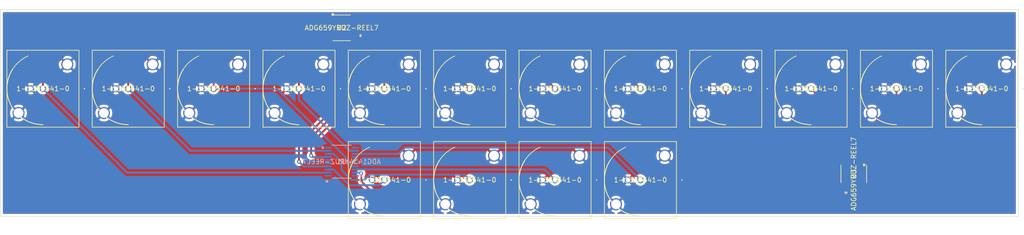
<source format=kicad_pcb>
(kicad_pcb (version 20171130) (host pcbnew "(5.1.5)-3")
  (layers (0 F.Cu signal) (31 B.Cu signal) (34 B.Paste user) (35 F.Paste user) (36 B.SilkS user) (37 F.SilkS user) (38 B.Mask user) (39 F.Mask user) (44 Edge.Cuts user))
  (net 0 "")
  (net 1 GND)
  (net 2 SCOPE1)
  (net 3 SCOPE2)
  (net 4 SCOPE3)
  (net 5 SCOPE4)
  (net 6 SELECTABLE1)
  (net 7 SELECTABLE2)
  (net 8 SELECTABLE3)
  (net 9 SELECTABLE4)
  (net 10 TRIG1)
  (net 11 TRIG2)
  (net 12 TRIG3)
  (net 13 TRIG4)
  (net 14 PD1)
  (net 15 PD2)
  (net 16 PD3)
  (net 17 PD4)
  (net 18 "Net-(U1-Pad20)")
  (net 19 +5V)
  (net 20 "Net-(U1-Pad15)")
  (net 21 SELECTABLE_OUT)
  (net 22 "Net-(U1-Pad11)")
  (net 23 "Net-(U1-Pad10)")
  (net 24 TRIG_OUT)
  (net 25 -5V)
  (net 26 PD_OUT)
  (net 27 "Net-(U1-Pad1)")
  (net 28 "Net-(U2-Pad10)")
  (net 29 "Net-(U2-Pad9)")
  (net 30 ENABLE1)
  (net 31 "Net-(U3-Pad10)")
  (net 32 "Net-(U3-Pad9)")
  (module footprints:1-1337541-0 (layer F.Cu) (at 102.87 124.46)
    (fp_text reference J1 (at 0 0) (layer F.SilkS))
    (fp_text value 1-1337541-0 (at 0 0) (layer F.SilkS))
    (fp_circle (center 8.6487 0) (end 8.7249 0) (layer F.SilkS) (width 0.1524))
    (fp_arc (start 0 0) (end 0 7.5057) (angle 155.6539) (layer F.SilkS) (width 0.1524))
    (fp_arc (start 0 0) (end 0 7.5057) (angle 122.826897) (layer F.SilkS) (width 0.1524))
    (fp_arc (start 0 0) (end -7.5057 0) (angle 32.826969) (layer F.SilkS) (width 0.1524))
    (fp_line (start -7.5057 -8.0264) (end -7.5057 8.0264) (layer F.SilkS) (width 0.1524))
    (fp_line (start 7.5057 -8.0264) (end -7.5057 -8.0264) (layer F.SilkS) (width 0.1524))
    (fp_line (start 7.5057 8.0264) (end 7.5057 -8.0264) (layer F.SilkS) (width 0.1524))
    (fp_line (start -7.5057 8.0264) (end 7.5057 8.0264) (layer F.SilkS) (width 0.1524))
    (fp_text user * (at 0 0) (layer F.SilkS))
    (pad 4 thru_hole circle (at 5.08 -5.08) (size 2.5146 2.5146) (drill 2.0066) (layers *.Cu *.Mask) (net 1 GND))
    (pad 3 thru_hole circle (at -5.08 5.08) (size 2.5146 2.5146) (drill 2.0066) (layers *.Cu *.Mask) (net 1 GND))
    (pad 2 thru_hole circle (at -2.54 0) (size 1.397 1.397) (drill 0.889) (layers *.Cu *.Mask) (net 1 GND))
    (pad 1 thru_hole circle (at 0 0) (size 1.397 1.397) (drill 0.889) (layers *.Cu *.Mask) (net 2 SCOPE1))
  )
  (module footprints:1-1337541-0 (layer F.Cu) (at 85.09 105.41)
    (fp_text reference J16 (at 0 0) (layer F.SilkS))
    (fp_text value 1-1337541-0 (at 0 0) (layer F.SilkS))
    (fp_circle (center 8.6487 0) (end 8.7249 0) (layer F.SilkS) (width 0.1524))
    (fp_arc (start 0 0) (end 0 7.5057) (angle 155.6539) (layer F.SilkS) (width 0.1524))
    (fp_arc (start 0 0) (end 0 7.5057) (angle 122.826897) (layer F.SilkS) (width 0.1524))
    (fp_arc (start 0 0) (end -7.5057 0) (angle 32.826969) (layer F.SilkS) (width 0.1524))
    (fp_line (start -7.5057 -8.0264) (end -7.5057 8.0264) (layer F.SilkS) (width 0.1524))
    (fp_line (start 7.5057 -8.0264) (end -7.5057 -8.0264) (layer F.SilkS) (width 0.1524))
    (fp_line (start 7.5057 8.0264) (end 7.5057 -8.0264) (layer F.SilkS) (width 0.1524))
    (fp_line (start -7.5057 8.0264) (end 7.5057 8.0264) (layer F.SilkS) (width 0.1524))
    (fp_text user * (at 0 0) (layer F.SilkS))
    (pad 4 thru_hole circle (at 5.08 -5.08) (size 2.5146 2.5146) (drill 2.0066) (layers *.Cu *.Mask) (net 1 GND))
    (pad 3 thru_hole circle (at -5.08 5.08) (size 2.5146 2.5146) (drill 2.0066) (layers *.Cu *.Mask) (net 1 GND))
    (pad 2 thru_hole circle (at -2.54 0) (size 1.397 1.397) (drill 0.889) (layers *.Cu *.Mask) (net 1 GND))
    (pad 1 thru_hole circle (at 0 0) (size 1.397 1.397) (drill 0.889) (layers *.Cu *.Mask) (net 17 PD4))
  )
  (module footprints:ADG659YRUZ-REEL7 (layer F.Cu) (at 200.66 123.19 270)
    (fp_text reference U3 (at 0 0 90) (layer F.SilkS))
    (fp_text value ADG659YRUZ-REEL7 (at 0 0 90) (layer F.SilkS))
    (fp_line (start 3.81 1.434501) (end 4.064 1.434501) (layer F.SilkS) (width 0.1524))
    (fp_line (start 3.81 1.815501) (end 3.81 1.434501) (layer F.SilkS) (width 0.1524))
    (fp_line (start 4.064 1.815501) (end 3.81 1.815501) (layer F.SilkS) (width 0.1524))
    (fp_line (start 4.064 1.434501) (end 4.064 1.815501) (layer F.SilkS) (width 0.1524))
    (fp_line (start 1.839424 -2.6797) (end -1.839424 -2.6797) (layer F.SilkS) (width 0.1524))
    (fp_line (start -1.839424 2.6797) (end 1.839424 2.6797) (layer F.SilkS) (width 0.1524))
    (fp_text user * (at -1.8669 -2.4765 90) (layer F.SilkS))
    (fp_text user * (at -1.8669 -2.4765 90) (layer F.SilkS))
    (pad 16 smd rect (at 2.8194 -2.274999 270) (size 1.4732 0.3556) (layers F.Cu F.Paste F.Mask) (net 19 +5V))
    (pad 15 smd rect (at 2.8194 -1.624998 270) (size 1.4732 0.3556) (layers F.Cu F.Paste F.Mask) (net 1 GND))
    (pad 14 smd rect (at 2.8194 -0.974999 270) (size 1.4732 0.3556) (layers F.Cu F.Paste F.Mask) (net 1 GND))
    (pad 13 smd rect (at 2.8194 -0.324998 270) (size 1.4732 0.3556) (layers F.Cu F.Paste F.Mask) (net 1 GND))
    (pad 12 smd rect (at 2.8194 0.325001 270) (size 1.4732 0.3556) (layers F.Cu F.Paste F.Mask) (net 1 GND))
    (pad 11 smd rect (at 2.8194 0.974999 270) (size 1.4732 0.3556) (layers F.Cu F.Paste F.Mask) (net 1 GND))
    (pad 10 smd rect (at 2.8194 1.625001 270) (size 1.4732 0.3556) (layers F.Cu F.Paste F.Mask) (net 31 "Net-(U3-Pad10)"))
    (pad 9 smd rect (at 2.8194 2.274999 270) (size 1.4732 0.3556) (layers F.Cu F.Paste F.Mask) (net 32 "Net-(U3-Pad9)"))
    (pad 8 smd rect (at -2.8194 2.274999 270) (size 1.4732 0.3556) (layers F.Cu F.Paste F.Mask) (net 1 GND))
    (pad 7 smd rect (at -2.8194 1.624998 270) (size 1.4732 0.3556) (layers F.Cu F.Paste F.Mask) (net 25 -5V))
    (pad 6 smd rect (at -2.8194 0.974999 270) (size 1.4732 0.3556) (layers F.Cu F.Paste F.Mask) (net 30 ENABLE1))
    (pad 5 smd rect (at -2.8194 0.324998 270) (size 1.4732 0.3556) (layers F.Cu F.Paste F.Mask) (net 6 SELECTABLE1))
    (pad 4 smd rect (at -2.8194 -0.325001 270) (size 1.4732 0.3556) (layers F.Cu F.Paste F.Mask) (net 7 SELECTABLE2))
    (pad 3 smd rect (at -2.8194 -0.974999 270) (size 1.4732 0.3556) (layers F.Cu F.Paste F.Mask) (net 21 SELECTABLE_OUT))
    (pad 2 smd rect (at -2.8194 -1.625001 270) (size 1.4732 0.3556) (layers F.Cu F.Paste F.Mask) (net 8 SELECTABLE3))
    (pad 1 smd rect (at -2.8194 -2.274999 270) (size 1.4732 0.3556) (layers F.Cu F.Paste F.Mask) (net 9 SELECTABLE4))
  )
  (module footprints:ADG659YRUZ-REEL7 (layer F.Cu) (at 93.98 92.71)
    (fp_text reference U2 (at 0 0) (layer F.SilkS))
    (fp_text value ADG659YRUZ-REEL7 (at 0 0) (layer F.SilkS))
    (fp_line (start 3.81 1.434501) (end 4.064 1.434501) (layer F.SilkS) (width 0.1524))
    (fp_line (start 3.81 1.815501) (end 3.81 1.434501) (layer F.SilkS) (width 0.1524))
    (fp_line (start 4.064 1.815501) (end 3.81 1.815501) (layer F.SilkS) (width 0.1524))
    (fp_line (start 4.064 1.434501) (end 4.064 1.815501) (layer F.SilkS) (width 0.1524))
    (fp_line (start 1.839424 -2.6797) (end -1.839424 -2.6797) (layer F.SilkS) (width 0.1524))
    (fp_line (start -1.839424 2.6797) (end 1.839424 2.6797) (layer F.SilkS) (width 0.1524))
    (fp_text user * (at -1.8669 -2.4765) (layer F.SilkS))
    (fp_text user * (at -1.8669 -2.4765) (layer F.SilkS))
    (pad 16 smd rect (at 2.8194 -2.274999) (size 1.4732 0.3556) (layers F.Cu F.Paste F.Mask) (net 19 +5V))
    (pad 15 smd rect (at 2.8194 -1.624998) (size 1.4732 0.3556) (layers F.Cu F.Paste F.Mask) (net 13 TRIG4))
    (pad 14 smd rect (at 2.8194 -0.974999) (size 1.4732 0.3556) (layers F.Cu F.Paste F.Mask) (net 12 TRIG3))
    (pad 13 smd rect (at 2.8194 -0.324998) (size 1.4732 0.3556) (layers F.Cu F.Paste F.Mask) (net 24 TRIG_OUT))
    (pad 12 smd rect (at 2.8194 0.325001) (size 1.4732 0.3556) (layers F.Cu F.Paste F.Mask) (net 11 TRIG2))
    (pad 11 smd rect (at 2.8194 0.974999) (size 1.4732 0.3556) (layers F.Cu F.Paste F.Mask) (net 10 TRIG1))
    (pad 10 smd rect (at 2.8194 1.625001) (size 1.4732 0.3556) (layers F.Cu F.Paste F.Mask) (net 28 "Net-(U2-Pad10)"))
    (pad 9 smd rect (at 2.8194 2.274999) (size 1.4732 0.3556) (layers F.Cu F.Paste F.Mask) (net 29 "Net-(U2-Pad9)"))
    (pad 8 smd rect (at -2.8194 2.274999) (size 1.4732 0.3556) (layers F.Cu F.Paste F.Mask) (net 1 GND))
    (pad 7 smd rect (at -2.8194 1.624998) (size 1.4732 0.3556) (layers F.Cu F.Paste F.Mask) (net 25 -5V))
    (pad 6 smd rect (at -2.8194 0.974999) (size 1.4732 0.3556) (layers F.Cu F.Paste F.Mask) (net 30 ENABLE1))
    (pad 5 smd rect (at -2.8194 0.324998) (size 1.4732 0.3556) (layers F.Cu F.Paste F.Mask) (net 17 PD4))
    (pad 4 smd rect (at -2.8194 -0.325001) (size 1.4732 0.3556) (layers F.Cu F.Paste F.Mask) (net 16 PD3))
    (pad 3 smd rect (at -2.8194 -0.974999) (size 1.4732 0.3556) (layers F.Cu F.Paste F.Mask) (net 26 PD_OUT))
    (pad 2 smd rect (at -2.8194 -1.625001) (size 1.4732 0.3556) (layers F.Cu F.Paste F.Mask) (net 15 PD2))
    (pad 1 smd rect (at -2.8194 -2.274999) (size 1.4732 0.3556) (layers F.Cu F.Paste F.Mask) (net 14 PD1))
  )
  (module footprints:ADG1434YRUZ-REEL7 (layer B.Cu) (at 93.98 120.65)
    (fp_text reference U1 (at 0 0) (layer B.SilkS) (effects (justify mirror)))
    (fp_text value ADG1434YRUZ-REEL7 (at 0 0) (layer B.SilkS) (effects (justify mirror)))
    (fp_line (start 3.81 3.115498) (end 4.064 3.115498) (layer B.SilkS) (width 0.1524))
    (fp_line (start 3.81 2.734498) (end 3.81 3.115498) (layer B.SilkS) (width 0.1524))
    (fp_line (start 4.064 2.734498) (end 3.81 2.734498) (layer B.SilkS) (width 0.1524))
    (fp_line (start 4.064 3.115498) (end 4.064 2.734498) (layer B.SilkS) (width 0.1524))
    (fp_line (start -3.81 -2.734498) (end -4.064 -2.734498) (layer B.SilkS) (width 0.1524))
    (fp_line (start -3.81 -3.115498) (end -3.81 -2.734498) (layer B.SilkS) (width 0.1524))
    (fp_line (start -4.064 -3.115498) (end -3.81 -3.115498) (layer B.SilkS) (width 0.1524))
    (fp_line (start -4.064 -2.734498) (end -4.064 -3.115498) (layer B.SilkS) (width 0.1524))
    (fp_line (start 2.017164 3.429) (end -2.017151 3.429) (layer B.SilkS) (width 0.1524))
    (fp_line (start -2.017164 -3.429) (end 2.017151 -3.429) (layer B.SilkS) (width 0.1524))
    (fp_text user * (at -3.0734 4.423601) (layer B.SilkS) (effects (justify mirror)))
    (fp_text user * (at -3.0734 4.423601) (layer B.SilkS) (effects (justify mirror)))
    (pad 20 smd rect (at 2.8194 2.924998) (size 1.4732 0.3556) (layers B.Cu B.Paste B.Mask) (net 18 "Net-(U1-Pad20)"))
    (pad 19 smd rect (at 2.8194 2.274999) (size 1.4732 0.3556) (layers B.Cu B.Paste B.Mask) (net 21 SELECTABLE_OUT))
    (pad 18 smd rect (at 2.8194 1.624998) (size 1.4732 0.3556) (layers B.Cu B.Paste B.Mask) (net 4 SCOPE3))
    (pad 17 smd rect (at 2.8194 0.974999) (size 1.4732 0.3556) (layers B.Cu B.Paste B.Mask) (net 16 PD3))
    (pad 16 smd rect (at 2.8194 0.324998) (size 1.4732 0.3556) (layers B.Cu B.Paste B.Mask) (net 19 +5V))
    (pad 15 smd rect (at 2.8194 -0.325001) (size 1.4732 0.3556) (layers B.Cu B.Paste B.Mask) (net 20 "Net-(U1-Pad15)"))
    (pad 14 smd rect (at 2.8194 -0.975002) (size 1.4732 0.3556) (layers B.Cu B.Paste B.Mask) (net 1 GND))
    (pad 13 smd rect (at 2.8194 -1.625001) (size 1.4732 0.3556) (layers B.Cu B.Paste B.Mask) (net 5 SCOPE4))
    (pad 12 smd rect (at 2.8194 -2.275002) (size 1.4732 0.3556) (layers B.Cu B.Paste B.Mask) (net 17 PD4))
    (pad 11 smd rect (at 2.8194 -2.925) (size 1.4732 0.3556) (layers B.Cu B.Paste B.Mask) (net 22 "Net-(U1-Pad11)"))
    (pad 10 smd rect (at -2.8194 -2.924998) (size 1.4732 0.3556) (layers B.Cu B.Paste B.Mask) (net 23 "Net-(U1-Pad10)"))
    (pad 9 smd rect (at -2.8194 -2.274999) (size 1.4732 0.3556) (layers B.Cu B.Paste B.Mask) (net 15 PD2))
    (pad 8 smd rect (at -2.8194 -1.624998) (size 1.4732 0.3556) (layers B.Cu B.Paste B.Mask) (net 3 SCOPE2))
    (pad 7 smd rect (at -2.8194 -0.974999) (size 1.4732 0.3556) (layers B.Cu B.Paste B.Mask) (net 24 TRIG_OUT))
    (pad 6 smd rect (at -2.8194 -0.324998) (size 1.4732 0.3556) (layers B.Cu B.Paste B.Mask) (net 1 GND))
    (pad 5 smd rect (at -2.8194 0.325001) (size 1.4732 0.3556) (layers B.Cu B.Paste B.Mask) (net 25 -5V))
    (pad 4 smd rect (at -2.8194 0.974999) (size 1.4732 0.3556) (layers B.Cu B.Paste B.Mask) (net 26 PD_OUT))
    (pad 3 smd rect (at -2.8194 1.625001) (size 1.4732 0.3556) (layers B.Cu B.Paste B.Mask) (net 2 SCOPE1))
    (pad 2 smd rect (at -2.8194 2.274999) (size 1.4732 0.3556) (layers B.Cu B.Paste B.Mask) (net 14 PD1))
    (pad 1 smd rect (at -2.8194 2.925) (size 1.4732 0.3556) (layers B.Cu B.Paste B.Mask) (net 27 "Net-(U1-Pad1)"))
  )
  (module footprints:1-1337541-0 (layer F.Cu) (at 67.31 105.41)
    (fp_text reference J15 (at 0 0) (layer F.SilkS))
    (fp_text value 1-1337541-0 (at 0 0) (layer F.SilkS))
    (fp_circle (center 8.6487 0) (end 8.7249 0) (layer F.SilkS) (width 0.1524))
    (fp_arc (start 0 0) (end 0 7.5057) (angle 155.6539) (layer F.SilkS) (width 0.1524))
    (fp_arc (start 0 0) (end 0 7.5057) (angle 122.826897) (layer F.SilkS) (width 0.1524))
    (fp_arc (start 0 0) (end -7.5057 0) (angle 32.826969) (layer F.SilkS) (width 0.1524))
    (fp_line (start -7.5057 -8.0264) (end -7.5057 8.0264) (layer F.SilkS) (width 0.1524))
    (fp_line (start 7.5057 -8.0264) (end -7.5057 -8.0264) (layer F.SilkS) (width 0.1524))
    (fp_line (start 7.5057 8.0264) (end 7.5057 -8.0264) (layer F.SilkS) (width 0.1524))
    (fp_line (start -7.5057 8.0264) (end 7.5057 8.0264) (layer F.SilkS) (width 0.1524))
    (fp_text user * (at 0 0) (layer F.SilkS))
    (pad 4 thru_hole circle (at 5.08 -5.08) (size 2.5146 2.5146) (drill 2.0066) (layers *.Cu *.Mask) (net 1 GND))
    (pad 3 thru_hole circle (at -5.08 5.08) (size 2.5146 2.5146) (drill 2.0066) (layers *.Cu *.Mask) (net 1 GND))
    (pad 2 thru_hole circle (at -2.54 0) (size 1.397 1.397) (drill 0.889) (layers *.Cu *.Mask) (net 1 GND))
    (pad 1 thru_hole circle (at 0 0) (size 1.397 1.397) (drill 0.889) (layers *.Cu *.Mask) (net 16 PD3))
  )
  (module footprints:1-1337541-0 (layer F.Cu) (at 49.53 105.41)
    (fp_text reference J14 (at 0 0) (layer F.SilkS))
    (fp_text value 1-1337541-0 (at 0 0) (layer F.SilkS))
    (fp_circle (center 8.6487 0) (end 8.7249 0) (layer F.SilkS) (width 0.1524))
    (fp_arc (start 0 0) (end 0 7.5057) (angle 155.6539) (layer F.SilkS) (width 0.1524))
    (fp_arc (start 0 0) (end 0 7.5057) (angle 122.826897) (layer F.SilkS) (width 0.1524))
    (fp_arc (start 0 0) (end -7.5057 0) (angle 32.826969) (layer F.SilkS) (width 0.1524))
    (fp_line (start -7.5057 -8.0264) (end -7.5057 8.0264) (layer F.SilkS) (width 0.1524))
    (fp_line (start 7.5057 -8.0264) (end -7.5057 -8.0264) (layer F.SilkS) (width 0.1524))
    (fp_line (start 7.5057 8.0264) (end 7.5057 -8.0264) (layer F.SilkS) (width 0.1524))
    (fp_line (start -7.5057 8.0264) (end 7.5057 8.0264) (layer F.SilkS) (width 0.1524))
    (fp_text user * (at 0 0) (layer F.SilkS))
    (pad 4 thru_hole circle (at 5.08 -5.08) (size 2.5146 2.5146) (drill 2.0066) (layers *.Cu *.Mask) (net 1 GND))
    (pad 3 thru_hole circle (at -5.08 5.08) (size 2.5146 2.5146) (drill 2.0066) (layers *.Cu *.Mask) (net 1 GND))
    (pad 2 thru_hole circle (at -2.54 0) (size 1.397 1.397) (drill 0.889) (layers *.Cu *.Mask) (net 1 GND))
    (pad 1 thru_hole circle (at 0 0) (size 1.397 1.397) (drill 0.889) (layers *.Cu *.Mask) (net 15 PD2))
  )
  (module footprints:1-1337541-0 (layer F.Cu) (at 31.75 105.41)
    (fp_text reference J13 (at 0 0) (layer F.SilkS))
    (fp_text value 1-1337541-0 (at 0 0) (layer F.SilkS))
    (fp_circle (center 8.6487 0) (end 8.7249 0) (layer F.SilkS) (width 0.1524))
    (fp_arc (start 0 0) (end 0 7.5057) (angle 155.6539) (layer F.SilkS) (width 0.1524))
    (fp_arc (start 0 0) (end 0 7.5057) (angle 122.826897) (layer F.SilkS) (width 0.1524))
    (fp_arc (start 0 0) (end -7.5057 0) (angle 32.826969) (layer F.SilkS) (width 0.1524))
    (fp_line (start -7.5057 -8.0264) (end -7.5057 8.0264) (layer F.SilkS) (width 0.1524))
    (fp_line (start 7.5057 -8.0264) (end -7.5057 -8.0264) (layer F.SilkS) (width 0.1524))
    (fp_line (start 7.5057 8.0264) (end 7.5057 -8.0264) (layer F.SilkS) (width 0.1524))
    (fp_line (start -7.5057 8.0264) (end 7.5057 8.0264) (layer F.SilkS) (width 0.1524))
    (fp_text user * (at 0 0) (layer F.SilkS))
    (pad 4 thru_hole circle (at 5.08 -5.08) (size 2.5146 2.5146) (drill 2.0066) (layers *.Cu *.Mask) (net 1 GND))
    (pad 3 thru_hole circle (at -5.08 5.08) (size 2.5146 2.5146) (drill 2.0066) (layers *.Cu *.Mask) (net 1 GND))
    (pad 2 thru_hole circle (at -2.54 0) (size 1.397 1.397) (drill 0.889) (layers *.Cu *.Mask) (net 1 GND))
    (pad 1 thru_hole circle (at 0 0) (size 1.397 1.397) (drill 0.889) (layers *.Cu *.Mask) (net 14 PD1))
  )
  (module footprints:1-1337541-0 (layer F.Cu) (at 156.21 105.41)
    (fp_text reference J12 (at 0 0) (layer F.SilkS))
    (fp_text value 1-1337541-0 (at 0 0) (layer F.SilkS))
    (fp_circle (center 8.6487 0) (end 8.7249 0) (layer F.SilkS) (width 0.1524))
    (fp_arc (start 0 0) (end 0 7.5057) (angle 155.6539) (layer F.SilkS) (width 0.1524))
    (fp_arc (start 0 0) (end 0 7.5057) (angle 122.826897) (layer F.SilkS) (width 0.1524))
    (fp_arc (start 0 0) (end -7.5057 0) (angle 32.826969) (layer F.SilkS) (width 0.1524))
    (fp_line (start -7.5057 -8.0264) (end -7.5057 8.0264) (layer F.SilkS) (width 0.1524))
    (fp_line (start 7.5057 -8.0264) (end -7.5057 -8.0264) (layer F.SilkS) (width 0.1524))
    (fp_line (start 7.5057 8.0264) (end 7.5057 -8.0264) (layer F.SilkS) (width 0.1524))
    (fp_line (start -7.5057 8.0264) (end 7.5057 8.0264) (layer F.SilkS) (width 0.1524))
    (fp_text user * (at 0 0) (layer F.SilkS))
    (pad 4 thru_hole circle (at 5.08 -5.08) (size 2.5146 2.5146) (drill 2.0066) (layers *.Cu *.Mask) (net 1 GND))
    (pad 3 thru_hole circle (at -5.08 5.08) (size 2.5146 2.5146) (drill 2.0066) (layers *.Cu *.Mask) (net 1 GND))
    (pad 2 thru_hole circle (at -2.54 0) (size 1.397 1.397) (drill 0.889) (layers *.Cu *.Mask) (net 1 GND))
    (pad 1 thru_hole circle (at 0 0) (size 1.397 1.397) (drill 0.889) (layers *.Cu *.Mask) (net 13 TRIG4))
  )
  (module footprints:1-1337541-0 (layer F.Cu) (at 138.43 105.41)
    (fp_text reference J11 (at 0 0) (layer F.SilkS))
    (fp_text value 1-1337541-0 (at 0 0) (layer F.SilkS))
    (fp_circle (center 8.6487 0) (end 8.7249 0) (layer F.SilkS) (width 0.1524))
    (fp_arc (start 0 0) (end 0 7.5057) (angle 155.6539) (layer F.SilkS) (width 0.1524))
    (fp_arc (start 0 0) (end 0 7.5057) (angle 122.826897) (layer F.SilkS) (width 0.1524))
    (fp_arc (start 0 0) (end -7.5057 0) (angle 32.826969) (layer F.SilkS) (width 0.1524))
    (fp_line (start -7.5057 -8.0264) (end -7.5057 8.0264) (layer F.SilkS) (width 0.1524))
    (fp_line (start 7.5057 -8.0264) (end -7.5057 -8.0264) (layer F.SilkS) (width 0.1524))
    (fp_line (start 7.5057 8.0264) (end 7.5057 -8.0264) (layer F.SilkS) (width 0.1524))
    (fp_line (start -7.5057 8.0264) (end 7.5057 8.0264) (layer F.SilkS) (width 0.1524))
    (fp_text user * (at 0 0) (layer F.SilkS))
    (pad 4 thru_hole circle (at 5.08 -5.08) (size 2.5146 2.5146) (drill 2.0066) (layers *.Cu *.Mask) (net 1 GND))
    (pad 3 thru_hole circle (at -5.08 5.08) (size 2.5146 2.5146) (drill 2.0066) (layers *.Cu *.Mask) (net 1 GND))
    (pad 2 thru_hole circle (at -2.54 0) (size 1.397 1.397) (drill 0.889) (layers *.Cu *.Mask) (net 1 GND))
    (pad 1 thru_hole circle (at 0 0) (size 1.397 1.397) (drill 0.889) (layers *.Cu *.Mask) (net 12 TRIG3))
  )
  (module footprints:1-1337541-0 (layer F.Cu) (at 120.65 105.41)
    (fp_text reference J10 (at 0 0) (layer F.SilkS))
    (fp_text value 1-1337541-0 (at 0 0) (layer F.SilkS))
    (fp_circle (center 8.6487 0) (end 8.7249 0) (layer F.SilkS) (width 0.1524))
    (fp_arc (start 0 0) (end 0 7.5057) (angle 155.6539) (layer F.SilkS) (width 0.1524))
    (fp_arc (start 0 0) (end 0 7.5057) (angle 122.826897) (layer F.SilkS) (width 0.1524))
    (fp_arc (start 0 0) (end -7.5057 0) (angle 32.826969) (layer F.SilkS) (width 0.1524))
    (fp_line (start -7.5057 -8.0264) (end -7.5057 8.0264) (layer F.SilkS) (width 0.1524))
    (fp_line (start 7.5057 -8.0264) (end -7.5057 -8.0264) (layer F.SilkS) (width 0.1524))
    (fp_line (start 7.5057 8.0264) (end 7.5057 -8.0264) (layer F.SilkS) (width 0.1524))
    (fp_line (start -7.5057 8.0264) (end 7.5057 8.0264) (layer F.SilkS) (width 0.1524))
    (fp_text user * (at 0 0) (layer F.SilkS))
    (pad 4 thru_hole circle (at 5.08 -5.08) (size 2.5146 2.5146) (drill 2.0066) (layers *.Cu *.Mask) (net 1 GND))
    (pad 3 thru_hole circle (at -5.08 5.08) (size 2.5146 2.5146) (drill 2.0066) (layers *.Cu *.Mask) (net 1 GND))
    (pad 2 thru_hole circle (at -2.54 0) (size 1.397 1.397) (drill 0.889) (layers *.Cu *.Mask) (net 1 GND))
    (pad 1 thru_hole circle (at 0 0) (size 1.397 1.397) (drill 0.889) (layers *.Cu *.Mask) (net 11 TRIG2))
  )
  (module footprints:1-1337541-0 (layer F.Cu) (at 102.87 105.41)
    (fp_text reference J9 (at 0 0) (layer F.SilkS))
    (fp_text value 1-1337541-0 (at 0 0) (layer F.SilkS))
    (fp_circle (center 8.6487 0) (end 8.7249 0) (layer F.SilkS) (width 0.1524))
    (fp_arc (start 0 0) (end 0 7.5057) (angle 155.6539) (layer F.SilkS) (width 0.1524))
    (fp_arc (start 0 0) (end 0 7.5057) (angle 122.826897) (layer F.SilkS) (width 0.1524))
    (fp_arc (start 0 0) (end -7.5057 0) (angle 32.826969) (layer F.SilkS) (width 0.1524))
    (fp_line (start -7.5057 -8.0264) (end -7.5057 8.0264) (layer F.SilkS) (width 0.1524))
    (fp_line (start 7.5057 -8.0264) (end -7.5057 -8.0264) (layer F.SilkS) (width 0.1524))
    (fp_line (start 7.5057 8.0264) (end 7.5057 -8.0264) (layer F.SilkS) (width 0.1524))
    (fp_line (start -7.5057 8.0264) (end 7.5057 8.0264) (layer F.SilkS) (width 0.1524))
    (fp_text user * (at 0 0) (layer F.SilkS))
    (pad 4 thru_hole circle (at 5.08 -5.08) (size 2.5146 2.5146) (drill 2.0066) (layers *.Cu *.Mask) (net 1 GND))
    (pad 3 thru_hole circle (at -5.08 5.08) (size 2.5146 2.5146) (drill 2.0066) (layers *.Cu *.Mask) (net 1 GND))
    (pad 2 thru_hole circle (at -2.54 0) (size 1.397 1.397) (drill 0.889) (layers *.Cu *.Mask) (net 1 GND))
    (pad 1 thru_hole circle (at 0 0) (size 1.397 1.397) (drill 0.889) (layers *.Cu *.Mask) (net 10 TRIG1))
  )
  (module footprints:1-1337541-0 (layer F.Cu) (at 227.33 105.41)
    (fp_text reference J8 (at 0 0) (layer F.SilkS))
    (fp_text value 1-1337541-0 (at 0 0) (layer F.SilkS))
    (fp_circle (center 8.6487 0) (end 8.7249 0) (layer F.SilkS) (width 0.1524))
    (fp_arc (start 0 0) (end 0 7.5057) (angle 155.6539) (layer F.SilkS) (width 0.1524))
    (fp_arc (start 0 0) (end 0 7.5057) (angle 122.826897) (layer F.SilkS) (width 0.1524))
    (fp_arc (start 0 0) (end -7.5057 0) (angle 32.826969) (layer F.SilkS) (width 0.1524))
    (fp_line (start -7.5057 -8.0264) (end -7.5057 8.0264) (layer F.SilkS) (width 0.1524))
    (fp_line (start 7.5057 -8.0264) (end -7.5057 -8.0264) (layer F.SilkS) (width 0.1524))
    (fp_line (start 7.5057 8.0264) (end 7.5057 -8.0264) (layer F.SilkS) (width 0.1524))
    (fp_line (start -7.5057 8.0264) (end 7.5057 8.0264) (layer F.SilkS) (width 0.1524))
    (fp_text user * (at 0 0) (layer F.SilkS))
    (pad 4 thru_hole circle (at 5.08 -5.08) (size 2.5146 2.5146) (drill 2.0066) (layers *.Cu *.Mask) (net 1 GND))
    (pad 3 thru_hole circle (at -5.08 5.08) (size 2.5146 2.5146) (drill 2.0066) (layers *.Cu *.Mask) (net 1 GND))
    (pad 2 thru_hole circle (at -2.54 0) (size 1.397 1.397) (drill 0.889) (layers *.Cu *.Mask) (net 1 GND))
    (pad 1 thru_hole circle (at 0 0) (size 1.397 1.397) (drill 0.889) (layers *.Cu *.Mask) (net 9 SELECTABLE4))
  )
  (module footprints:1-1337541-0 (layer F.Cu) (at 209.55 105.41)
    (fp_text reference J7 (at 0 0) (layer F.SilkS))
    (fp_text value 1-1337541-0 (at 0 0) (layer F.SilkS))
    (fp_circle (center 8.6487 0) (end 8.7249 0) (layer F.SilkS) (width 0.1524))
    (fp_arc (start 0 0) (end 0 7.5057) (angle 155.6539) (layer F.SilkS) (width 0.1524))
    (fp_arc (start 0 0) (end 0 7.5057) (angle 122.826897) (layer F.SilkS) (width 0.1524))
    (fp_arc (start 0 0) (end -7.5057 0) (angle 32.826969) (layer F.SilkS) (width 0.1524))
    (fp_line (start -7.5057 -8.0264) (end -7.5057 8.0264) (layer F.SilkS) (width 0.1524))
    (fp_line (start 7.5057 -8.0264) (end -7.5057 -8.0264) (layer F.SilkS) (width 0.1524))
    (fp_line (start 7.5057 8.0264) (end 7.5057 -8.0264) (layer F.SilkS) (width 0.1524))
    (fp_line (start -7.5057 8.0264) (end 7.5057 8.0264) (layer F.SilkS) (width 0.1524))
    (fp_text user * (at 0 0) (layer F.SilkS))
    (pad 4 thru_hole circle (at 5.08 -5.08) (size 2.5146 2.5146) (drill 2.0066) (layers *.Cu *.Mask) (net 1 GND))
    (pad 3 thru_hole circle (at -5.08 5.08) (size 2.5146 2.5146) (drill 2.0066) (layers *.Cu *.Mask) (net 1 GND))
    (pad 2 thru_hole circle (at -2.54 0) (size 1.397 1.397) (drill 0.889) (layers *.Cu *.Mask) (net 1 GND))
    (pad 1 thru_hole circle (at 0 0) (size 1.397 1.397) (drill 0.889) (layers *.Cu *.Mask) (net 8 SELECTABLE3))
  )
  (module footprints:1-1337541-0 (layer F.Cu) (at 191.77 105.41)
    (fp_text reference J6 (at 0 0) (layer F.SilkS))
    (fp_text value 1-1337541-0 (at 0 0) (layer F.SilkS))
    (fp_circle (center 8.6487 0) (end 8.7249 0) (layer F.SilkS) (width 0.1524))
    (fp_arc (start 0 0) (end 0 7.5057) (angle 155.6539) (layer F.SilkS) (width 0.1524))
    (fp_arc (start 0 0) (end 0 7.5057) (angle 122.826897) (layer F.SilkS) (width 0.1524))
    (fp_arc (start 0 0) (end -7.5057 0) (angle 32.826969) (layer F.SilkS) (width 0.1524))
    (fp_line (start -7.5057 -8.0264) (end -7.5057 8.0264) (layer F.SilkS) (width 0.1524))
    (fp_line (start 7.5057 -8.0264) (end -7.5057 -8.0264) (layer F.SilkS) (width 0.1524))
    (fp_line (start 7.5057 8.0264) (end 7.5057 -8.0264) (layer F.SilkS) (width 0.1524))
    (fp_line (start -7.5057 8.0264) (end 7.5057 8.0264) (layer F.SilkS) (width 0.1524))
    (fp_text user * (at 0 0) (layer F.SilkS))
    (pad 4 thru_hole circle (at 5.08 -5.08) (size 2.5146 2.5146) (drill 2.0066) (layers *.Cu *.Mask) (net 1 GND))
    (pad 3 thru_hole circle (at -5.08 5.08) (size 2.5146 2.5146) (drill 2.0066) (layers *.Cu *.Mask) (net 1 GND))
    (pad 2 thru_hole circle (at -2.54 0) (size 1.397 1.397) (drill 0.889) (layers *.Cu *.Mask) (net 1 GND))
    (pad 1 thru_hole circle (at 0 0) (size 1.397 1.397) (drill 0.889) (layers *.Cu *.Mask) (net 7 SELECTABLE2))
  )
  (module footprints:1-1337541-0 (layer F.Cu) (at 173.99 105.41)
    (fp_text reference J5 (at 0 0) (layer F.SilkS))
    (fp_text value 1-1337541-0 (at 0 0) (layer F.SilkS))
    (fp_circle (center 8.6487 0) (end 8.7249 0) (layer F.SilkS) (width 0.1524))
    (fp_arc (start 0 0) (end 0 7.5057) (angle 155.6539) (layer F.SilkS) (width 0.1524))
    (fp_arc (start 0 0) (end 0 7.5057) (angle 122.826897) (layer F.SilkS) (width 0.1524))
    (fp_arc (start 0 0) (end -7.5057 0) (angle 32.826969) (layer F.SilkS) (width 0.1524))
    (fp_line (start -7.5057 -8.0264) (end -7.5057 8.0264) (layer F.SilkS) (width 0.1524))
    (fp_line (start 7.5057 -8.0264) (end -7.5057 -8.0264) (layer F.SilkS) (width 0.1524))
    (fp_line (start 7.5057 8.0264) (end 7.5057 -8.0264) (layer F.SilkS) (width 0.1524))
    (fp_line (start -7.5057 8.0264) (end 7.5057 8.0264) (layer F.SilkS) (width 0.1524))
    (fp_text user * (at 0 0) (layer F.SilkS))
    (pad 4 thru_hole circle (at 5.08 -5.08) (size 2.5146 2.5146) (drill 2.0066) (layers *.Cu *.Mask) (net 1 GND))
    (pad 3 thru_hole circle (at -5.08 5.08) (size 2.5146 2.5146) (drill 2.0066) (layers *.Cu *.Mask) (net 1 GND))
    (pad 2 thru_hole circle (at -2.54 0) (size 1.397 1.397) (drill 0.889) (layers *.Cu *.Mask) (net 1 GND))
    (pad 1 thru_hole circle (at 0 0) (size 1.397 1.397) (drill 0.889) (layers *.Cu *.Mask) (net 6 SELECTABLE1))
  )
  (module footprints:1-1337541-0 (layer F.Cu) (at 156.21 124.46)
    (fp_text reference J4 (at 0 0) (layer F.SilkS))
    (fp_text value 1-1337541-0 (at 0 0) (layer F.SilkS))
    (fp_circle (center 8.6487 0) (end 8.7249 0) (layer F.SilkS) (width 0.1524))
    (fp_arc (start 0 0) (end 0 7.5057) (angle 155.6539) (layer F.SilkS) (width 0.1524))
    (fp_arc (start 0 0) (end 0 7.5057) (angle 122.826897) (layer F.SilkS) (width 0.1524))
    (fp_arc (start 0 0) (end -7.5057 0) (angle 32.826969) (layer F.SilkS) (width 0.1524))
    (fp_line (start -7.5057 -8.0264) (end -7.5057 8.0264) (layer F.SilkS) (width 0.1524))
    (fp_line (start 7.5057 -8.0264) (end -7.5057 -8.0264) (layer F.SilkS) (width 0.1524))
    (fp_line (start 7.5057 8.0264) (end 7.5057 -8.0264) (layer F.SilkS) (width 0.1524))
    (fp_line (start -7.5057 8.0264) (end 7.5057 8.0264) (layer F.SilkS) (width 0.1524))
    (fp_text user * (at 0 0) (layer F.SilkS))
    (pad 4 thru_hole circle (at 5.08 -5.08) (size 2.5146 2.5146) (drill 2.0066) (layers *.Cu *.Mask) (net 1 GND))
    (pad 3 thru_hole circle (at -5.08 5.08) (size 2.5146 2.5146) (drill 2.0066) (layers *.Cu *.Mask) (net 1 GND))
    (pad 2 thru_hole circle (at -2.54 0) (size 1.397 1.397) (drill 0.889) (layers *.Cu *.Mask) (net 1 GND))
    (pad 1 thru_hole circle (at 0 0) (size 1.397 1.397) (drill 0.889) (layers *.Cu *.Mask) (net 5 SCOPE4))
  )
  (module footprints:1-1337541-0 (layer F.Cu) (at 138.43 124.46)
    (fp_text reference J3 (at 0 0) (layer F.SilkS))
    (fp_text value 1-1337541-0 (at 0 0) (layer F.SilkS))
    (fp_circle (center 8.6487 0) (end 8.7249 0) (layer F.SilkS) (width 0.1524))
    (fp_arc (start 0 0) (end 0 7.5057) (angle 155.6539) (layer F.SilkS) (width 0.1524))
    (fp_arc (start 0 0) (end 0 7.5057) (angle 122.826897) (layer F.SilkS) (width 0.1524))
    (fp_arc (start 0 0) (end -7.5057 0) (angle 32.826969) (layer F.SilkS) (width 0.1524))
    (fp_line (start -7.5057 -8.0264) (end -7.5057 8.0264) (layer F.SilkS) (width 0.1524))
    (fp_line (start 7.5057 -8.0264) (end -7.5057 -8.0264) (layer F.SilkS) (width 0.1524))
    (fp_line (start 7.5057 8.0264) (end 7.5057 -8.0264) (layer F.SilkS) (width 0.1524))
    (fp_line (start -7.5057 8.0264) (end 7.5057 8.0264) (layer F.SilkS) (width 0.1524))
    (fp_text user * (at 0 0) (layer F.SilkS))
    (pad 4 thru_hole circle (at 5.08 -5.08) (size 2.5146 2.5146) (drill 2.0066) (layers *.Cu *.Mask) (net 1 GND))
    (pad 3 thru_hole circle (at -5.08 5.08) (size 2.5146 2.5146) (drill 2.0066) (layers *.Cu *.Mask) (net 1 GND))
    (pad 2 thru_hole circle (at -2.54 0) (size 1.397 1.397) (drill 0.889) (layers *.Cu *.Mask) (net 1 GND))
    (pad 1 thru_hole circle (at 0 0) (size 1.397 1.397) (drill 0.889) (layers *.Cu *.Mask) (net 4 SCOPE3))
  )
  (module footprints:1-1337541-0 (layer F.Cu) (at 120.65 124.46)
    (fp_text reference J2 (at 0 0) (layer F.SilkS))
    (fp_text value 1-1337541-0 (at 0 0) (layer F.SilkS))
    (fp_circle (center 8.6487 0) (end 8.7249 0) (layer F.SilkS) (width 0.1524))
    (fp_arc (start 0 0) (end 0 7.5057) (angle 155.6539) (layer F.SilkS) (width 0.1524))
    (fp_arc (start 0 0) (end 0 7.5057) (angle 122.826897) (layer F.SilkS) (width 0.1524))
    (fp_arc (start 0 0) (end -7.5057 0) (angle 32.826969) (layer F.SilkS) (width 0.1524))
    (fp_line (start -7.5057 -8.0264) (end -7.5057 8.0264) (layer F.SilkS) (width 0.1524))
    (fp_line (start 7.5057 -8.0264) (end -7.5057 -8.0264) (layer F.SilkS) (width 0.1524))
    (fp_line (start 7.5057 8.0264) (end 7.5057 -8.0264) (layer F.SilkS) (width 0.1524))
    (fp_line (start -7.5057 8.0264) (end 7.5057 8.0264) (layer F.SilkS) (width 0.1524))
    (fp_text user * (at 0 0) (layer F.SilkS))
    (pad 4 thru_hole circle (at 5.08 -5.08) (size 2.5146 2.5146) (drill 2.0066) (layers *.Cu *.Mask) (net 1 GND))
    (pad 3 thru_hole circle (at -5.08 5.08) (size 2.5146 2.5146) (drill 2.0066) (layers *.Cu *.Mask) (net 1 GND))
    (pad 2 thru_hole circle (at -2.54 0) (size 1.397 1.397) (drill 0.889) (layers *.Cu *.Mask) (net 1 GND))
    (pad 1 thru_hole circle (at 0 0) (size 1.397 1.397) (drill 0.889) (layers *.Cu *.Mask) (net 3 SCOPE2))
  )
  (gr_line (start 22.86 88.9) (end 22.86 96.52) (layer Edge.Cuts) (width 0.1))
  (gr_line (start 234.95 88.9) (end 22.86 88.9) (layer Edge.Cuts) (width 0.1))
  (gr_line (start 234.95 132.08) (end 234.95 88.9) (layer Edge.Cuts) (width 0.1))
  (gr_line (start 22.86 132.08) (end 234.95 132.08) (layer Edge.Cuts) (width 0.1))
  (gr_line (start 22.86 96.52) (end 22.86 132.08) (layer Edge.Cuts) (width 0.1))
  (segment (start 101.771499 125.558501) (end 102.171501 125.158499) (width 0.4) (layer B.Cu) (net 2))
  (segment (start 95.5807 125.558501) (end 101.771499 125.558501) (width 0.4) (layer B.Cu) (net 2))
  (segment (start 102.171501 125.158499) (end 102.87 124.46) (width 0.4) (layer B.Cu) (net 2))
  (segment (start 92.2972 122.275001) (end 95.5807 125.558501) (width 0.4) (layer B.Cu) (net 2))
  (segment (start 91.1606 122.275001) (end 92.2972 122.275001) (width 0.4) (layer B.Cu) (net 2))
  (segment (start 119.551499 123.361499) (end 119.951501 123.761501) (width 0.4) (layer B.Cu) (net 3))
  (segment (start 98.704218 124.46) (end 99.802719 123.361499) (width 0.4) (layer B.Cu) (net 3))
  (segment (start 96.05 124.46) (end 98.704218 124.46) (width 0.4) (layer B.Cu) (net 3))
  (segment (start 93.98 122.39) (end 96.05 124.46) (width 0.4) (layer B.Cu) (net 3))
  (segment (start 93.98 120.707802) (end 93.98 122.39) (width 0.4) (layer B.Cu) (net 3))
  (segment (start 119.951501 123.761501) (end 120.65 124.46) (width 0.4) (layer B.Cu) (net 3))
  (segment (start 92.2972 119.025002) (end 93.98 120.707802) (width 0.4) (layer B.Cu) (net 3))
  (segment (start 99.802719 123.361499) (end 119.551499 123.361499) (width 0.4) (layer B.Cu) (net 3))
  (segment (start 91.1606 119.025002) (end 92.2972 119.025002) (width 0.4) (layer B.Cu) (net 3))
  (segment (start 136.244998 122.274998) (end 138.43 124.46) (width 0.4) (layer B.Cu) (net 4))
  (segment (start 96.7994 122.274998) (end 136.244998 122.274998) (width 0.4) (layer B.Cu) (net 4))
  (segment (start 149.472699 117.722699) (end 155.511501 123.761501) (width 0.4) (layer B.Cu) (net 5))
  (segment (start 107.154495 117.722699) (end 149.472699 117.722699) (width 0.4) (layer B.Cu) (net 5))
  (segment (start 155.511501 123.761501) (end 156.21 124.46) (width 0.4) (layer B.Cu) (net 5))
  (segment (start 105.852195 119.024999) (end 107.154495 117.722699) (width 0.4) (layer B.Cu) (net 5))
  (segment (start 96.7994 119.024999) (end 105.852195 119.024999) (width 0.4) (layer B.Cu) (net 5))
  (segment (start 179.07 116.84) (end 173.99 111.76) (width 0.4) (layer F.Cu) (net 6))
  (segment (start 197.941002 116.84) (end 179.07 116.84) (width 0.4) (layer F.Cu) (net 6))
  (segment (start 200.335002 120.3706) (end 200.335001 119.233999) (width 0.4) (layer F.Cu) (net 6))
  (segment (start 173.99 111.76) (end 173.99 105.41) (width 0.4) (layer F.Cu) (net 6))
  (segment (start 200.335001 119.233999) (end 197.941002 116.84) (width 0.4) (layer F.Cu) (net 6))
  (segment (start 200.985001 114.625001) (end 191.77 105.41) (width 0.4) (layer F.Cu) (net 7))
  (segment (start 200.985001 120.3706) (end 200.985001 114.625001) (width 0.4) (layer F.Cu) (net 7))
  (segment (start 209.55 107.862806) (end 209.55 106.397828) (width 0.4) (layer F.Cu) (net 8))
  (segment (start 202.285001 115.127805) (end 209.55 107.862806) (width 0.4) (layer F.Cu) (net 8))
  (segment (start 209.55 106.397828) (end 209.55 105.41) (width 0.4) (layer F.Cu) (net 8))
  (segment (start 202.285001 120.3706) (end 202.285001 115.127805) (width 0.4) (layer F.Cu) (net 8))
  (segment (start 202.934999 120.3706) (end 202.934999 119.645001) (width 0.4) (layer F.Cu) (net 9))
  (segment (start 202.934999 119.645001) (end 208.28 114.3) (width 0.4) (layer F.Cu) (net 9))
  (segment (start 227.33 106.397828) (end 227.33 105.41) (width 0.4) (layer F.Cu) (net 9))
  (segment (start 227.33 107.862806) (end 227.33 106.397828) (width 0.4) (layer F.Cu) (net 9))
  (segment (start 220.892806 114.3) (end 227.33 107.862806) (width 0.4) (layer F.Cu) (net 9))
  (segment (start 208.28 114.3) (end 220.892806 114.3) (width 0.4) (layer F.Cu) (net 9))
  (segment (start 97.936 93.684999) (end 96.7994 93.684999) (width 0.4) (layer F.Cu) (net 10))
  (segment (start 102.87 98.618999) (end 97.936 93.684999) (width 0.4) (layer F.Cu) (net 10))
  (segment (start 102.87 105.41) (end 102.87 98.618999) (width 0.4) (layer F.Cu) (net 10))
  (segment (start 104.14 96.52) (end 111.76 96.52) (width 0.4) (layer F.Cu) (net 11))
  (segment (start 111.76 96.52) (end 120.65 105.41) (width 0.4) (layer F.Cu) (net 11))
  (segment (start 96.7994 93.035001) (end 100.655001 93.035001) (width 0.4) (layer F.Cu) (net 11))
  (segment (start 100.655001 93.035001) (end 104.14 96.52) (width 0.4) (layer F.Cu) (net 11))
  (segment (start 129.54 96.52) (end 138.43 105.41) (width 0.4) (layer F.Cu) (net 12))
  (segment (start 103.165001 91.735001) (end 105.41 93.98) (width 0.4) (layer F.Cu) (net 12))
  (segment (start 96.7994 91.735001) (end 103.165001 91.735001) (width 0.4) (layer F.Cu) (net 12))
  (segment (start 116.84 96.52) (end 129.54 96.52) (width 0.4) (layer F.Cu) (net 12))
  (segment (start 105.41 93.98) (end 114.3 93.98) (width 0.4) (layer F.Cu) (net 12))
  (segment (start 114.3 93.98) (end 116.84 96.52) (width 0.4) (layer F.Cu) (net 12))
  (segment (start 116.485002 91.085002) (end 119.38 93.98) (width 0.4) (layer F.Cu) (net 13))
  (segment (start 147.32 96.52) (end 156.21 105.41) (width 0.4) (layer F.Cu) (net 13))
  (segment (start 96.7994 91.085002) (end 116.485002 91.085002) (width 0.4) (layer F.Cu) (net 13))
  (segment (start 119.38 93.98) (end 130.81 93.98) (width 0.4) (layer F.Cu) (net 13))
  (segment (start 133.35 96.52) (end 147.32 96.52) (width 0.4) (layer F.Cu) (net 13))
  (segment (start 130.81 93.98) (end 133.35 96.52) (width 0.4) (layer F.Cu) (net 13))
  (segment (start 91.1606 90.435001) (end 72.124999 90.435001) (width 0.4) (layer F.Cu) (net 14))
  (segment (start 72.124999 90.435001) (end 68.58 93.98) (width 0.4) (layer F.Cu) (net 14))
  (segment (start 68.58 93.98) (end 54.61 93.98) (width 0.4) (layer F.Cu) (net 14))
  (segment (start 54.61 93.98) (end 52.07 96.52) (width 0.4) (layer F.Cu) (net 14))
  (segment (start 31.75 104.422172) (end 31.75 105.41) (width 0.4) (layer F.Cu) (net 14))
  (segment (start 31.75 102.957194) (end 31.75 104.422172) (width 0.4) (layer F.Cu) (net 14))
  (segment (start 38.187194 96.52) (end 31.75 102.957194) (width 0.4) (layer F.Cu) (net 14))
  (segment (start 52.07 96.52) (end 38.187194 96.52) (width 0.4) (layer F.Cu) (net 14))
  (segment (start 49.264999 122.924999) (end 32.448499 106.108499) (width 0.4) (layer B.Cu) (net 14))
  (segment (start 32.448499 106.108499) (end 31.75 105.41) (width 0.4) (layer B.Cu) (net 14))
  (segment (start 91.1606 122.924999) (end 49.264999 122.924999) (width 0.4) (layer B.Cu) (net 14))
  (segment (start 91.1606 91.084999) (end 84.175001 91.084999) (width 0.4) (layer F.Cu) (net 15))
  (segment (start 84.175001 91.084999) (end 81.28 93.98) (width 0.4) (layer F.Cu) (net 15))
  (segment (start 81.28 93.98) (end 72.39 93.98) (width 0.4) (layer F.Cu) (net 15))
  (segment (start 72.39 93.98) (end 69.85 96.52) (width 0.4) (layer F.Cu) (net 15))
  (segment (start 49.53 104.422172) (end 49.53 105.41) (width 0.4) (layer F.Cu) (net 15))
  (segment (start 49.53 102.957194) (end 49.53 104.422172) (width 0.4) (layer F.Cu) (net 15))
  (segment (start 55.967194 96.52) (end 49.53 102.957194) (width 0.4) (layer F.Cu) (net 15))
  (segment (start 69.85 96.52) (end 55.967194 96.52) (width 0.4) (layer F.Cu) (net 15))
  (segment (start 62.495001 118.375001) (end 91.1606 118.375001) (width 0.4) (layer B.Cu) (net 15))
  (segment (start 49.53 105.41) (end 62.495001 118.375001) (width 0.4) (layer B.Cu) (net 15))
  (segment (start 67.31 104.422172) (end 67.31 105.41) (width 0.4) (layer F.Cu) (net 16))
  (segment (start 91.1606 92.384999) (end 86.685001 92.384999) (width 0.4) (layer F.Cu) (net 16))
  (segment (start 86.685001 92.384999) (end 82.55 96.52) (width 0.4) (layer F.Cu) (net 16))
  (segment (start 82.55 96.52) (end 73.747194 96.52) (width 0.4) (layer F.Cu) (net 16))
  (segment (start 73.747194 96.52) (end 67.31 102.957194) (width 0.4) (layer F.Cu) (net 16))
  (segment (start 67.31 102.957194) (end 67.31 104.422172) (width 0.4) (layer F.Cu) (net 16))
  (segment (start 80.48 105.41) (end 67.31 105.41) (width 0.4) (layer B.Cu) (net 16))
  (segment (start 95.25 120.18) (end 80.48 105.41) (width 0.4) (layer B.Cu) (net 16))
  (segment (start 95.25 121.06) (end 95.25 120.18) (width 0.4) (layer B.Cu) (net 16))
  (segment (start 96.7994 121.624999) (end 95.814999 121.624999) (width 0.4) (layer B.Cu) (net 16))
  (segment (start 95.814999 121.624999) (end 95.25 121.06) (width 0.4) (layer B.Cu) (net 16))
  (segment (start 85.09 104.422172) (end 85.09 105.41) (width 0.4) (layer F.Cu) (net 17))
  (segment (start 85.09 97.968998) (end 85.09 104.422172) (width 0.4) (layer F.Cu) (net 17))
  (segment (start 90.024 93.034998) (end 85.09 97.968998) (width 0.4) (layer F.Cu) (net 17))
  (segment (start 91.1606 93.034998) (end 90.024 93.034998) (width 0.4) (layer F.Cu) (net 17))
  (segment (start 85.09 106.397828) (end 85.09 105.41) (width 0.4) (layer B.Cu) (net 17))
  (segment (start 85.09 107.802198) (end 85.09 106.397828) (width 0.4) (layer B.Cu) (net 17))
  (segment (start 95.6628 118.374998) (end 85.09 107.802198) (width 0.4) (layer B.Cu) (net 17))
  (segment (start 96.7994 118.374998) (end 95.6628 118.374998) (width 0.4) (layer B.Cu) (net 17))
  (via (at 98.042151 123.074998) (size 0.8) (drill 0.4) (layers F.Cu B.Cu) (net 21))
  (segment (start 96.7994 122.924999) (end 97.892152 122.924999) (width 0.4) (layer B.Cu) (net 21))
  (segment (start 97.892152 122.924999) (end 98.042151 123.074998) (width 0.4) (layer B.Cu) (net 21))
  (segment (start 201.634999 121.5072) (end 201.634999 120.3706) (width 0.4) (layer F.Cu) (net 21))
  (segment (start 199.952199 123.19) (end 201.634999 121.5072) (width 0.4) (layer F.Cu) (net 21))
  (segment (start 98.042151 123.074998) (end 98.042151 124.712151) (width 0.4) (layer F.Cu) (net 21))
  (segment (start 198.12 123.19) (end 199.952199 123.19) (width 0.4) (layer F.Cu) (net 21))
  (segment (start 196.85 124.46) (end 198.12 123.19) (width 0.4) (layer F.Cu) (net 21))
  (segment (start 100.33 127) (end 195.759999 127) (width 0.4) (layer F.Cu) (net 21))
  (segment (start 98.042151 124.712151) (end 100.33 127) (width 0.4) (layer F.Cu) (net 21))
  (segment (start 195.759999 127) (end 196.85 125.909999) (width 0.4) (layer F.Cu) (net 21))
  (segment (start 196.85 125.909999) (end 196.85 124.46) (width 0.4) (layer F.Cu) (net 21))
  (segment (start 95.25 92.797802) (end 95.25 97.79) (width 0.4) (layer F.Cu) (net 24))
  (segment (start 96.7994 92.385002) (end 95.6628 92.385002) (width 0.4) (layer F.Cu) (net 24))
  (segment (start 95.6628 92.385002) (end 95.25 92.797802) (width 0.4) (layer F.Cu) (net 24))
  (segment (start 95.25 109.22) (end 87.63 116.84) (width 0.4) (layer F.Cu) (net 24))
  (segment (start 95.25 97.79) (end 95.25 109.22) (width 0.4) (layer F.Cu) (net 24))
  (via (at 87.63 119.38) (size 0.8) (drill 0.4) (layers F.Cu B.Cu) (net 24))
  (segment (start 87.63 116.84) (end 87.63 119.38) (width 0.4) (layer F.Cu) (net 24))
  (segment (start 87.925001 119.675001) (end 91.1606 119.675001) (width 0.4) (layer B.Cu) (net 24))
  (segment (start 87.63 119.38) (end 87.925001 119.675001) (width 0.4) (layer B.Cu) (net 24))
  (segment (start 92.71 92.147801) (end 92.71 97.79) (width 0.4) (layer F.Cu) (net 26))
  (segment (start 92.2972 91.735001) (end 92.71 92.147801) (width 0.4) (layer F.Cu) (net 26))
  (segment (start 91.1606 91.735001) (end 92.2972 91.735001) (width 0.4) (layer F.Cu) (net 26))
  (segment (start 92.71 97.79) (end 92.71 109.22) (width 0.4) (layer F.Cu) (net 26))
  (segment (start 92.71 109.22) (end 85.09 116.84) (width 0.4) (layer F.Cu) (net 26))
  (via (at 85.09 120.65) (size 0.8) (drill 0.4) (layers F.Cu B.Cu) (net 26))
  (segment (start 85.09 116.84) (end 85.09 120.65) (width 0.4) (layer F.Cu) (net 26))
  (segment (start 86.064999 121.624999) (end 91.1606 121.624999) (width 0.4) (layer B.Cu) (net 26))
  (segment (start 85.09 120.65) (end 86.064999 121.624999) (width 0.4) (layer B.Cu) (net 26))
  (zone (net 1) (net_name GND) (layer F.Cu) (connect_pads (clearance 0.508)) (min_thickness 0.254) (fill yes (arc_segments 32) (thermal_gap 0.508) (thermal_bridge_width 0.508))
    (polygon (pts (xy 234.95 132.08) (xy 22.86 132.08) (xy 22.86 88.9) (xy 234.95 88.9)))
  )
  (zone (net 1) (net_name GND) (layer B.Cu) (connect_pads (clearance 0.508)) (min_thickness 0.254) (fill yes (arc_segments 32) (thermal_gap 0.508) (thermal_bridge_width 0.508))
    (polygon (pts (xy 234.95 132.08) (xy 22.86 132.08) (xy 22.86 88.9) (xy 234.95 88.9)))
  )
)
</source>
